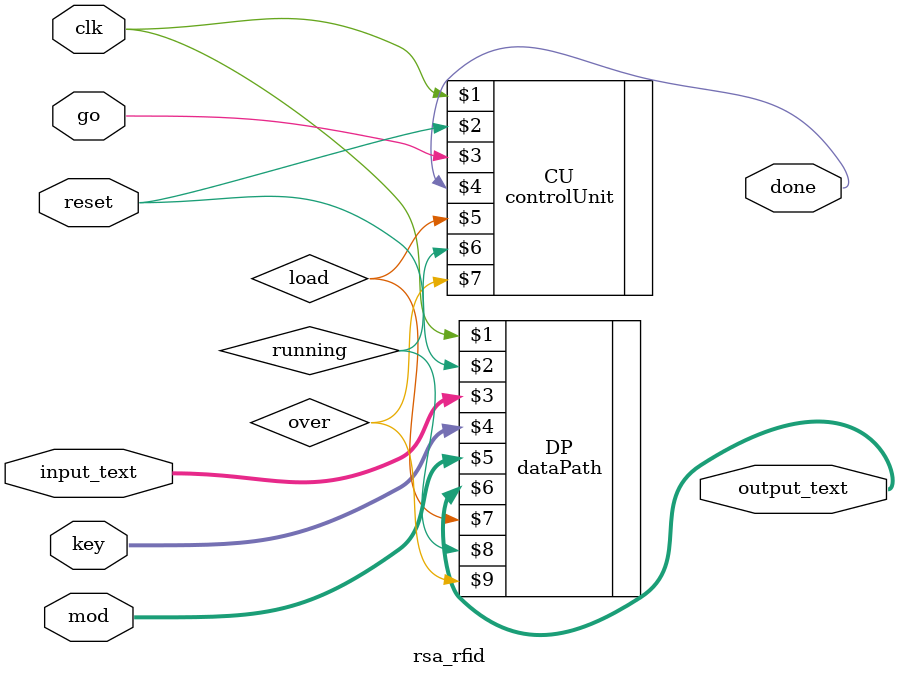
<source format=v>
module rsa_rfid
	#(parameter WordSize = 8) 
	(  
	// Top Level  I/O
	input clk, reset,
	
	// Data Path  I/O	
	input  [WordSize-1:0] input_text,
	input  [WordSize-1:0] key,
	input  [WordSize-1:0] mod,
	
	output [WordSize-1:0] output_text,
	
	// Controller I/O
	input wire go,       // enablers
	output wire done     // flags
	);
	
	wire load, running, done;
	
	dataPath DP(clk, reset, input_text, key, mod, output_text, load, running, over);
	controlUnit CU(clk, reset, go, done, load, running, over);


endmodule 
</source>
